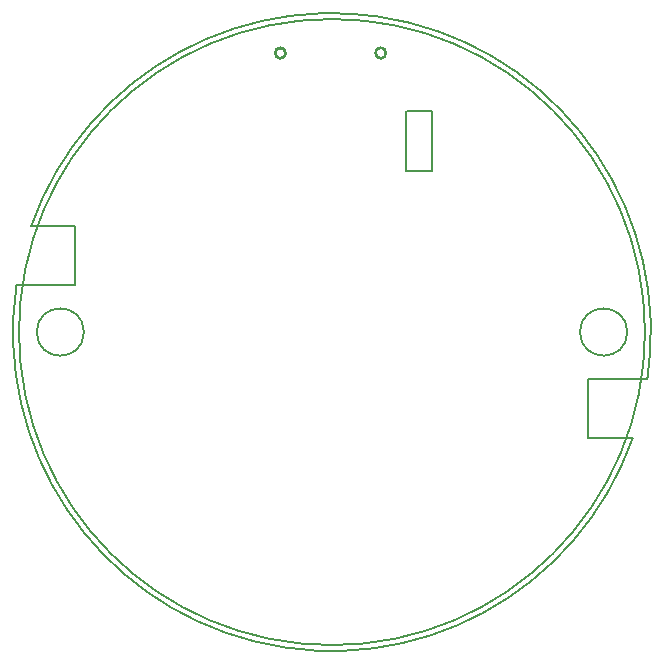
<source format=gko>
%FSLAX25Y25*%
%MOIN*%
G70*
G01*
G75*
G04 Layer_Color=16711935*
%ADD10R,0.02756X0.03347*%
%ADD11R,0.03347X0.02756*%
%ADD12R,0.03937X0.03150*%
%ADD13R,0.07874X0.06000*%
%ADD14R,0.07000X0.03150*%
%ADD15O,0.07087X0.02362*%
%ADD16O,0.02362X0.07087*%
%ADD17R,0.03937X0.02362*%
%ADD18R,0.02362X0.03937*%
%ADD19R,0.01181X0.02165*%
%ADD20R,0.01181X0.03150*%
%ADD21R,0.02165X0.01181*%
%ADD22R,0.03150X0.01181*%
%ADD23O,0.05500X0.02500*%
%ADD24R,0.05500X0.02500*%
%ADD25R,0.08661X0.11811*%
%ADD26O,0.02500X0.05500*%
%ADD27R,0.02500X0.05500*%
%ADD28O,0.03543X0.01969*%
%ADD29R,0.03543X0.01969*%
%ADD30O,0.03543X0.01969*%
%ADD31C,0.01000*%
%ADD32C,0.00800*%
%ADD33C,0.03000*%
%ADD34C,0.02000*%
%ADD35C,0.04000*%
%ADD36C,0.05000*%
%ADD37C,0.06000*%
%ADD38C,0.00600*%
%ADD39C,0.02500*%
%ADD40C,0.00500*%
%ADD41C,0.06000*%
%ADD42R,0.05906X0.05906*%
%ADD43C,0.05906*%
%ADD44R,0.05906X0.05906*%
%ADD45O,0.07874X0.11811*%
%ADD46R,0.07874X0.11811*%
%ADD47C,0.03000*%
%ADD48C,0.02000*%
%ADD49C,0.05000*%
%ADD50R,0.02559X0.04843*%
%ADD51R,0.02756X0.08268*%
%ADD52R,0.01575X0.03347*%
%ADD53C,0.07000*%
%ADD54C,0.02362*%
%ADD55C,0.00984*%
%ADD56C,0.00787*%
%ADD57R,0.01575X0.11811*%
%ADD58R,0.03556X0.04147*%
%ADD59R,0.04147X0.03556*%
%ADD60R,0.04737X0.03950*%
%ADD61R,0.08674X0.06800*%
%ADD62R,0.07800X0.03950*%
%ADD63O,0.07887X0.03162*%
%ADD64O,0.03162X0.07887*%
%ADD65R,0.04737X0.03162*%
%ADD66R,0.03162X0.04737*%
%ADD67R,0.01981X0.02965*%
%ADD68R,0.01981X0.03950*%
%ADD69R,0.02965X0.01981*%
%ADD70R,0.03950X0.01981*%
%ADD71O,0.06300X0.03300*%
%ADD72R,0.06300X0.03300*%
%ADD73R,0.09461X0.12611*%
%ADD74O,0.03300X0.06300*%
%ADD75R,0.03300X0.06300*%
%ADD76O,0.04343X0.02769*%
%ADD77R,0.04343X0.02769*%
%ADD78O,0.04343X0.02769*%
%ADD79C,0.06800*%
%ADD80R,0.06706X0.06706*%
%ADD81C,0.06706*%
%ADD82R,0.06706X0.06706*%
%ADD83O,0.08674X0.12611*%
%ADD84R,0.08674X0.12611*%
%ADD85R,0.03359X0.05643*%
%ADD86R,0.03556X0.09068*%
%ADD87R,0.02375X0.04147*%
D31*
X18027Y93007D02*
G03*
X18027Y93007I-1772J0D01*
G01*
X-15438D02*
G03*
X-15438Y93007I-1772J0D01*
G01*
D40*
X104331Y0D02*
G03*
X104331Y0I-104331J0D01*
G01*
X33500Y53826D02*
Y73626D01*
X24800Y53826D02*
X33500D01*
X25000Y73626D02*
X33500D01*
X24800Y53826D02*
Y73726D01*
X98425Y49D02*
G03*
X98425Y0I-7874J-49D01*
G01*
X-82677Y49D02*
G03*
X-82677Y0I-7874J-49D01*
G01*
X-105128Y15737D02*
G03*
X100221Y-35430I105128J-15737D01*
G01*
X105123Y-15766D02*
G03*
X-100244Y35364I-105123J15766D01*
G01*
X85315Y-15748D02*
X105000D01*
X85315Y-35433D02*
X100229D01*
X85315Y-35348D02*
Y-15748D01*
X-85515Y15748D02*
Y35348D01*
X-100199D02*
X-85515D01*
X-105128Y15748D02*
X-85515D01*
M02*

</source>
